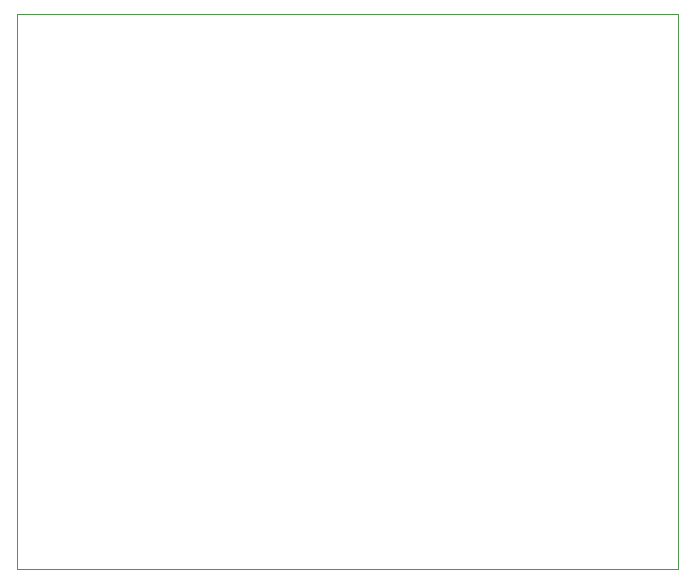
<source format=gm1>
G04 #@! TF.GenerationSoftware,KiCad,Pcbnew,5.1.4-e60b266~84~ubuntu18.04.1*
G04 #@! TF.CreationDate,2019-11-10T18:42:59+01:00*
G04 #@! TF.ProjectId,LoRaModule,4c6f5261-4d6f-4647-956c-652e6b696361,rev?*
G04 #@! TF.SameCoordinates,Original*
G04 #@! TF.FileFunction,Profile,NP*
%FSLAX46Y46*%
G04 Gerber Fmt 4.6, Leading zero omitted, Abs format (unit mm)*
G04 Created by KiCad (PCBNEW 5.1.4-e60b266~84~ubuntu18.04.1) date 2019-11-10 18:42:59*
%MOMM*%
%LPD*%
G04 APERTURE LIST*
%ADD10C,0.050000*%
G04 APERTURE END LIST*
D10*
X86000000Y-29000000D02*
X86000000Y-76000000D01*
X86000000Y-29000000D02*
X142000000Y-29000000D01*
X142000000Y-29000000D02*
X142000000Y-76000000D01*
X86000000Y-76000000D02*
X142000000Y-76000000D01*
M02*

</source>
